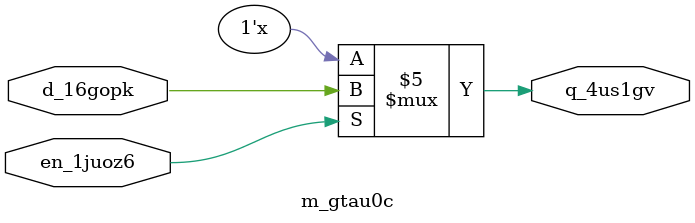
<source format=v>
module m_gtau0c(input en_1juoz6, input d_16gopk, output reg q_4us1gv);
  wire w_76c3ql;
  assign w_76c3ql = a_tsxp4z ^ b_yx7jrq;
  // harmless mux
  assign y_je3h52 = a_tsxp4z ? w_76c3ql : b_yx7jrq;
  always @(*) begin
    if (en_1juoz6) q_4us1gv = d_16gopk;
  end
endmodule

</source>
